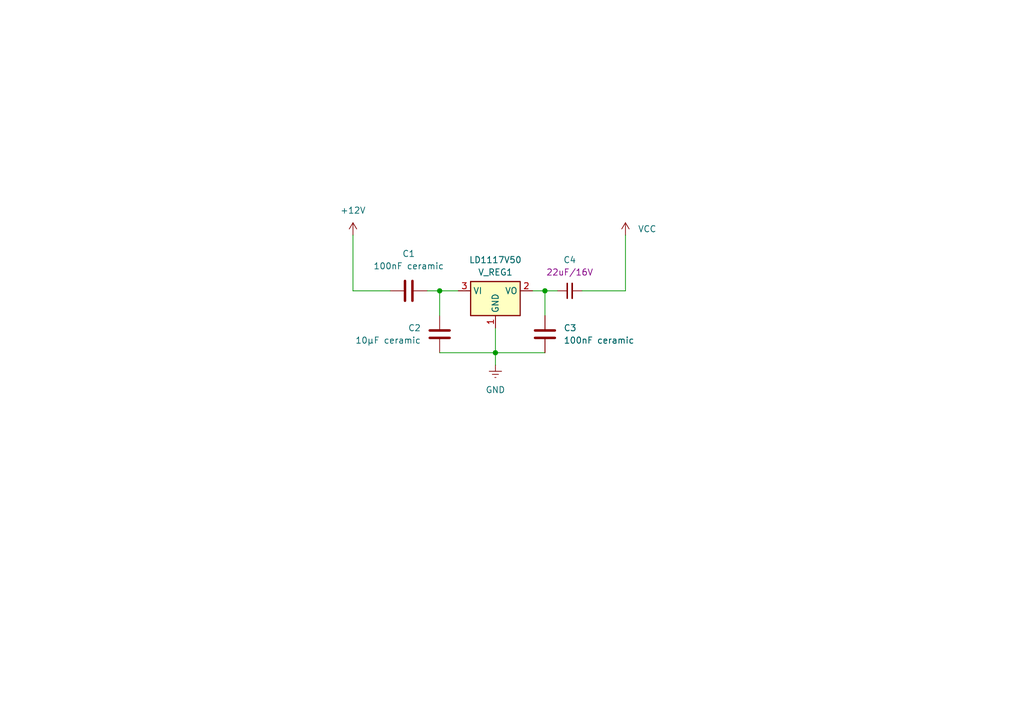
<source format=kicad_sch>
(kicad_sch (version 20250114) (generator "eeschema") (generator_version "9.0")
  (paper "A5")
  (lib_symbols
    (symbol "Device:C" (pin_numbers (hide yes)) (pin_names (offset 0.254))
      (property "Reference" "C" (at 0.635 2.54 0))
      (property "Value" "C" (at 0.635 -2.54 0))
      (symbol "C_0_1"
        (polyline (pts (xy -2.032 0.762) (xy 2.032 0.762)) (stroke (width 0.508)))
        (polyline (pts (xy -2.032 -0.762) (xy 2.032 -0.762)) (stroke (width 0.508)))
      )
      (symbol "C_1_1"
        (pin passive line (at 0 3.81 270) (length 2.794) (name "~") (number "1"))
        (pin passive line (at 0 -3.81 90) (length 2.794) (name "~") (number "2"))
      )
    )
    (symbol "PCM_4ms_Capacitor:22uF_0603_16V" (pin_numbers (hide yes)) (pin_names (offset 0.254) (hide yes))
      (property "Reference" "C" (at 1.905 1.27 0))
      (property "Display" "22uF/16V" (at 1.905 -1.27 0))
      (symbol "22uF_0603_16V_0_1"
        (polyline (pts (xy -1.524 0.508) (xy 1.524 0.508)) (stroke (width 0.3048)))
        (polyline (pts (xy -1.524 -0.508) (xy 1.524 -0.508)) (stroke (width 0.3302)))
      )
      (symbol "22uF_0603_16V_1_1"
        (pin passive line (at 0 2.54 270) (length 2.032) (name "~") (number "1"))
        (pin passive line (at 0 -2.54 90) (length 2.032) (name "~") (number "2"))
      )
    )
    (symbol "Regulator_Linear:LD1117S50TR_SOT223"
      (property "Reference" "U" (at -3.81 3.175 0))
      (property "Value" "LD1117S50TR_SOT223" (at 0 3.175 0))
      (symbol "LD1117S50TR_SOT223_0_1"
        (rectangle (start -5.08 -5.08) (end 5.08 1.905) (stroke (width 0.254)) (fill (type background)))
      )
      (symbol "LD1117S50TR_SOT223_1_1"
        (pin power_in line (at -7.62 0 0) (length 2.54) (name "VI") (number "3"))
        (pin power_in line (at 0 -7.62 90) (length 2.54) (name "GND") (number "1"))
        (pin power_out line (at 7.62 0 180) (length 2.54) (name "VO") (number "2"))
      )
    )
    (symbol "power:+12V" (power) (pin_numbers (hide yes)) (pin_names (offset 0) (hide yes))
      (property "Value" "+12V" (at 0 3.556 0))
      (symbol "+12V_0_1"
        (polyline (pts (xy -0.762 1.27) (xy 0 2.54)))
        (polyline (pts (xy 0 2.54) (xy 0.762 1.27)))
        (polyline (pts (xy 0 0) (xy 0 2.54)))
      )
      (symbol "+12V_1_1"
        (pin power_in line (at 0 0 90) (length 0) (name "~") (number "1"))
      )
    )
    (symbol "power:+5V" (power) (pin_numbers (hide yes)) (pin_names (offset 0) (hide yes))
      (property "Value" "+5V" (at 0 3.556 0))
      (symbol "+5V_0_1"
        (polyline (pts (xy -0.762 1.27) (xy 0 2.54)))
        (polyline (pts (xy 0 2.54) (xy 0.762 1.27)))
        (polyline (pts (xy 0 0) (xy 0 2.54)))
      )
      (symbol "+5V_1_1"
        (pin power_in line (at 0 0 90) (length 0) (name "~") (number "1"))
      )
    )
    (symbol "power:GNDREF" (power) (pin_numbers (hide yes)) (pin_names (offset 0) (hide yes))
      (property "Value" "GNDREF" (at 0 -3.81 0))
      (symbol "GNDREF_0_1"
        (polyline (pts (xy -0.635 -1.905) (xy 0.635 -1.905)))
        (polyline (pts (xy -0.127 -2.54) (xy 0.127 -2.54)))
        (polyline (pts (xy 0 -1.27) (xy 0 0)))
        (polyline (pts (xy 1.27 -1.27) (xy -1.27 -1.27)))
      )
      (symbol "GNDREF_1_1"
        (pin power_in line (at 0 0 270) (length 0) (name "~") (number "1"))
      )
    )
  )
  (junction (at 101.6 72.39))
  (junction (at 111.76 59.69))
  (junction (at 90.17 59.69))
  (wire (pts (xy 128.27 48.26) (xy 128.27 59.69)))
  (wire (pts (xy 90.17 59.69) (xy 90.17 64.77)))
  (wire (pts (xy 111.76 64.77) (xy 111.76 59.69)))
  (wire (pts (xy 90.17 72.39) (xy 101.6 72.39)))
  (wire (pts (xy 87.63 59.69) (xy 90.17 59.69)))
  (wire (pts (xy 72.39 59.69) (xy 80.01 59.69)))
  (wire (pts (xy 109.22 59.69) (xy 111.76 59.69)))
  (wire (pts (xy 101.6 67.31) (xy 101.6 72.39)))
  (wire (pts (xy 119.38 59.69) (xy 128.27 59.69)))
  (wire (pts (xy 101.6 72.39) (xy 101.6 74.93)))
  (wire (pts (xy 72.39 48.26) (xy 72.39 59.69)))
  (wire (pts (xy 90.17 59.69) (xy 93.98 59.69)))
  (wire (pts (xy 111.76 59.69) (xy 114.3 59.69)))
  (wire (pts (xy 101.6 72.39) (xy 111.76 72.39)))
  (symbol (lib_id "power:+5V") (at 128.27 48.26 0) (unit 1)
    (property "Reference" "#PWR06" (effects (hide yes)))
    (property "Value" "VCC" (at 130.81 46.9899 0) (effects (justify left)))
    (property "Description" "Power symbol creates a global label with name \"+5V\"" (effects (hide yes)))
  )
  (symbol (lib_id "power:+12V") (at 72.39 48.26 0) (unit 1)
    (property "Reference" "#PWR04" (effects (hide yes)))
    (property "Value" "+12V" (at 72.39 43.18 0))
    (property "Description" "Power symbol creates a global label with name \"+12V\"" (effects (hide yes)))
  )
  (symbol (lib_id "Device:C") (at 83.82 59.69 90) (unit 1)
    (property "Reference" "C1" (at 83.82 52.07 90))
    (property "Value" "100nF ceramic" (at 83.82 54.61 90))
    (property "Footprint" "PCM_4ms_Capacitor:C_0603" (effects (hide yes)))
    (property "Description" "Unpolarized capacitor" (effects (hide yes)))
  )
  (symbol (lib_id "Regulator_Linear:LD1117S50TR_SOT223") (at 101.6 59.69 0) (unit 1)
    (property "Reference" "V_REG1" (at 101.6 55.88 0))
    (property "Value" "LD1117V50" (at 101.6 53.34 0))
    (property "Footprint" "PCM_4ms_Package_TO:TO-220-3_Vertical" (effects (hide yes)))
    (property "Datasheet" "http://www.st.com/st-web-ui/static/active/en/resource/technical/document/datasheet/CD00000544.pdf" (effects (hide yes)))
    (property "Description" "800mA Fixed Low Drop Positive Voltage Regulator, Fixed Output 5.0V, SOT-223" (effects (hide yes)))
  )
  (symbol (lib_id "Device:C") (at 111.76 68.58 180) (unit 1)
    (property "Reference" "C3" (at 115.57 67.3099 0) (effects (justify right)))
    (property "Value" "100nF ceramic" (at 115.57 69.8499 0) (effects (justify right)))
    (property "Footprint" "PCM_4ms_Capacitor:C_0603" (effects (hide yes)))
    (property "Description" "Unpolarized capacitor" (effects (hide yes)))
  )
  (symbol (lib_id "Device:C") (at 90.17 68.58 0) (mirror y) (unit 1)
    (property "Reference" "C2" (at 86.36 67.3099 0) (effects (justify left)))
    (property "Value" "10µF ceramic" (at 86.36 69.8499 0) (effects (justify left)))
    (property "Footprint" "PCM_4ms_Capacitor:C_0805" (effects (hide yes)))
    (property "Description" "Unpolarized capacitor" (effects (hide yes)))
  )
  (symbol (lib_id "power:GNDREF") (at 101.6 74.93 0) (unit 1)
    (property "Reference" "#PWR05" (effects (hide yes)))
    (property "Value" "GND" (at 101.6 80.01 0))
    (property "Description" "Power symbol creates a global label with name \"GNDREF\" , reference supply ground" (effects (hide yes)))
  )
  (symbol (lib_id "PCM_4ms_Capacitor:22uF_0603_16V") (at 116.84 59.69 90) (unit 1)
    (property "Reference" "C4" (at 116.8463 53.34 90))
    (property "Value" "22uF_0603_16V" (effects (hide yes)))
    (property "Footprint" "PCM_4ms_Capacitor:C_0805" (effects (hide yes)))
    (property "Description" "22uF, 16V,10%,X5R or X7R,0603" (effects (hide yes)))
    (property "Specifications" "22uF, 16V,10%,X5R or X7R,0603" (effects (hide yes)))
    (property "Manufacturer" "Murata" (effects (hide yes)))
    (property "Part Number" "GRM219R61C226ME15K" (effects (hide yes)))
    (property "Display" "22uF/16V" (at 116.8463 55.88 90))
  )
)
</source>
